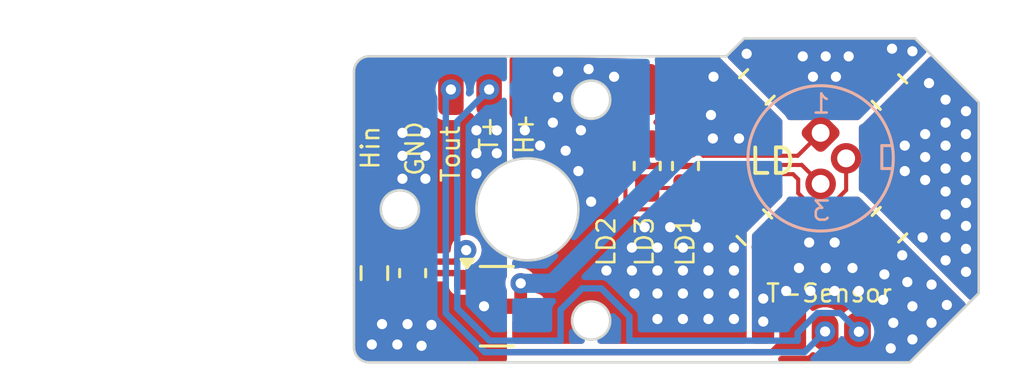
<source format=kicad_pcb>
(kicad_pcb (version 20240108) (generator "pcbnew") (generator_version "8.0")
  (layers (0 "F.Cu" signal) (31 "B.Cu" signal) (34 "B.Paste" user) (35 "F.Paste" user) (36 "B.SilkS" user "B.Silkscreen") (37 "F.SilkS" user "F.Silkscreen") (38 "B.Mask" user) (39 "F.Mask" user) (44 "Edge.Cuts" user))
  (net 0 "")
  (net 1 "Net-(Q1-D)")
  (net 2 "Net-(R1-Pad1)")
  (net 3 "Net-(R2-Pad2)")
  (net 4 "Net-(R3-Pad1)")
  (net 5 "GND")
  (net 6 "Net-(Q1-G)")
  (net 7 "Net-(J4-Pin_1)")
  (net 8 "Net-(J5-Pin_1)")
  (net 9 "Net-(J1-Pin_1)")
  (net 10 "Net-(J3-Pin_1)")
  (net 11 "Net-(J2-Pin_1)")
  (net 12 "Net-(J8-Pin_1)")
  (net 13 "Net-(J7-Pin_1)")
  (footprint "Connector_Wire:SolderWirePad_1x01_SMD_1x2mm" (layer "F.Cu") (at 82.5 46.3)
    (property "Reference" "J2" (hide yes))
    (property "Value" "Hin")
    (pad "1" smd roundrect (at 0 0) (size 1 2) (layers "F.Cu" "F.Paste" "F.Mask") (net 11 "Net-(J2-Pin_1)"))
  )
  (footprint "Package_TO_SOT_SMD:SOT-23" (layer "F.Cu") (at 87.3 54.8)
    (property "Reference" "Q1" (hide yes))
    (property "Value" "NDS355AN or 2N7002K (LogicLevel, Ids > 300mA)")
    (fp_line (start 0 -1.56) (end -0.65 -1.56) (stroke (width 0.12)) (layer "F.SilkS"))
    (fp_line (start 0 -1.56) (end 0.65 -1.56) (stroke (width 0.12)) (layer "F.SilkS"))
    (fp_line (start 0 1.56) (end -0.65 1.56) (stroke (width 0.12)) (layer "F.SilkS"))
    (fp_line (start 0 1.56) (end 0.65 1.56) (stroke (width 0.12)) (layer "F.SilkS"))
    (fp_poly (pts (xy -1.1625 -1.51) (xy -1.4025 -1.84) (xy -0.9225 -1.84) (xy -1.1625 -1.51)) (stroke (width 0.12)) (fill solid) (layer "F.SilkS"))
    (pad "1" smd roundrect (at -0.9375 -0.95) (size 1.475 0.6) (layers "F.Cu" "F.Paste" "F.Mask") (net 6 "Net-(Q1-G)"))
    (pad "2" smd roundrect (at -0.9375 0.95) (size 1.475 0.6) (layers "F.Cu" "F.Paste" "F.Mask") (net 5 "GND"))
    (pad "3" smd roundrect (at 0.9375 0) (size 1.475 0.6) (layers "F.Cu" "F.Paste" "F.Mask") (net 1 "Net-(Q1-D)"))
  )
  (footprint "Resistor_SMD:R_0805_2012Metric_Pad1.20x1.40mm_HandSolder" (layer "F.Cu") (at 97.4 51.7 135)
    (property "Reference" "R4" (hide yes))
    (property "Value" "R")
    (fp_line (start -0.227064 -0.735) (end 0.227064 -0.735) (stroke (width 0.12)) (layer "F.SilkS"))
    (fp_line (start -0.227064 0.735) (end 0.227064 0.735) (stroke (width 0.12)) (layer "F.SilkS"))
    (pad "1" smd roundrect (at -1 0 135) (size 1.2 1.4) (layers "F.Cu" "F.Paste" "F.Mask") (roundrect_rratio 0.208333) (net 4 "Net-(R3-Pad1)"))
    (pad "2" smd roundrect (at 1 0 135) (size 1.2 1.4) (layers "F.Cu" "F.Paste" "F.Mask") (roundrect_rratio 0.208333) (net 9 "Net-(J1-Pin_1)"))
  )
  (footprint "Resistor_SMD:R_0603_1608Metric_Pad0.98x0.95mm_HandSolder" (layer "F.Cu") (at 82.5 53.5 -90)
    (property "Reference" "R5" (hide yes))
    (property "Value" "R")
    (fp_line (start -0.254724 0.5225) (end 0.254724 0.5225) (stroke (width 0.12)) (layer "F.SilkS"))
    (fp_line (start -0.254724 -0.5225) (end 0.254724 -0.5225) (stroke (width 0.12)) (layer "F.SilkS"))
    (pad "1" smd roundrect (at -0.9125 0 270) (size 0.975 0.95) (layers "F.Cu" "F.Paste" "F.Mask") (net 11 "Net-(J2-Pin_1)"))
    (pad "2" smd roundrect (at 0.9125 0 270) (size 0.975 0.95) (layers "F.Cu" "F.Paste" "F.Mask") (net 6 "Net-(Q1-G)"))
  )
  (footprint "Resistor_SMD:R_0805_2012Metric_Pad1.20x1.40mm_HandSolder" (layer "F.Cu") (at 102.7 51.6 45)
    (property "Reference" "R3" (hide yes))
    (property "Value" "R")
    (fp_line (start -0.227064 -0.735) (end 0.227064 -0.735) (stroke (width 0.12)) (layer "F.SilkS"))
    (fp_line (start -0.227064 0.735) (end 0.227064 0.735) (stroke (width 0.12)) (layer "F.SilkS"))
    (pad "1" smd roundrect (at -1 0 45) (size 1.2 1.4) (layers "F.Cu" "F.Paste" "F.Mask") (roundrect_rratio 0.208333) (net 4 "Net-(R3-Pad1)"))
    (pad "2" smd roundrect (at 1 0 45) (size 1.2 1.4) (layers "F.Cu" "F.Paste" "F.Mask") (roundrect_rratio 0.208333) (net 3 "Net-(R2-Pad2)"))
  )
  (footprint "Capacitor_SMD:C_0603_1608Metric_Pad1.08x0.95mm_HandSolder" (layer "F.Cu") (at 94.7 49.3 90)
    (property "Reference" "C5" (hide yes))
    (property "Value" "C")
    (fp_line (start 0.146267 -0.51) (end -0.146267 -0.51) (stroke (width 0.12)) (layer "F.SilkS"))
    (fp_line (start 0.146267 0.51) (end -0.146267 0.51) (stroke (width 0.12)) (layer "F.SilkS"))
    (pad "1" smd roundrect (at -0.8625 0 90) (size 1.075 0.95) (layers "F.Cu" "F.Paste" "F.Mask") (net 10 "Net-(J3-Pin_1)"))
    (pad "2" smd roundrect (at 0.8625 0 90) (size 1.075 0.95) (layers "F.Cu" "F.Paste" "F.Mask") (net 8 "Net-(J5-Pin_1)"))
  )
  (footprint "Connector_Wire:SolderWirePad_1x01_SMD_1x2mm" (layer "F.Cu") (at 88.5 46.3)
    (property "Reference" "J1" (hide yes))
    (property "Value" "H+")
    (pad "1" smd roundrect (at 0 0) (size 1 2) (layers "F.Cu" "F.Paste" "F.Mask") (net 9 "Net-(J1-Pin_1)"))
  )
  (footprint "Connector_Wire:SolderWirePad_1x01_SMD_1x2mm" (layer "F.Cu") (at 94.6 46.3 180)
    (property "Reference" "J5" (hide yes))
    (property "Value" "LD1")
    (pad "1" smd roundrect (at 0 0 180) (size 1 2) (layers "F.Cu" "F.Paste" "F.Mask") (net 8 "Net-(J5-Pin_1)"))
  )
  (footprint "Connector_Wire:SolderWirePad_1x01_SMD_1x2mm" (layer "F.Cu") (at 91.6 49.1)
    (property "Reference" "J4" (hide yes))
    (property "Value" "LD2")
    (pad "1" smd roundrect (at 0 0) (size 1 2) (layers "F.Cu" "F.Paste" "F.Mask") (net 7 "Net-(J4-Pin_1)"))
  )
  (footprint "Connector_Wire:SolderWirePad_1x01_SMD_1x2mm" (layer "F.Cu") (at 93.1 46.3)
    (property "Reference" "J3" (hide yes))
    (property "Value" "LD3")
    (pad "1" smd roundrect (at 0 0) (size 1 2) (layers "F.Cu" "F.Paste" "F.Mask") (net 10 "Net-(J3-Pin_1)"))
  )
  (footprint "Connector_Wire:SolderWirePad_1x01_SMD_1x2mm" (layer "F.Cu") (at 85.5 46.3)
    (property "Reference" "J7" (hide yes))
    (property "Value" "Tout")
    (pad "1" smd roundrect (at 0 0) (size 1 2) (layers "F.Cu" "F.Paste" "F.Mask") (net 13 "Net-(J7-Pin_1)"))
  )
  (footprint "Connector_Wire:SolderWirePad_1x01_SMD_1x2mm" (layer "F.Cu") (at 84 46.3)
    (property "Reference" "J6" (hide yes))
    (property "Value" "GND")
    (pad "1" smd roundrect (at 0 0) (size 1 2) (layers "F.Cu" "F.Paste" "F.Mask") (net 5 "GND"))
  )
  (footprint "Capacitor_SMD:C_0603_1608Metric_Pad1.08x0.95mm_HandSolder" (layer "F.Cu") (at 84 53.5 -90)
    (property "Reference" "C7" (hide yes))
    (property "Value" "C")
    (fp_line (start 0.146267 0.51) (end -0.146267 0.51) (stroke (width 0.12)) (layer "F.SilkS"))
    (fp_line (start 0.146267 -0.51) (end -0.146267 -0.51) (stroke (width 0.12)) (layer "F.SilkS"))
    (pad "1" smd roundrect (at -0.8625 0 270) (size 1.075 0.95) (layers "F.Cu" "F.Paste" "F.Mask") (net 12 "Net-(J8-Pin_1)"))
    (pad "2" smd roundrect (at 0.8625 0 270) (size 1.075 0.95) (layers "F.Cu" "F.Paste" "F.Mask") (net 5 "GND"))
  )
  (footprint "Capacitor_SMD:C_0603_1608Metric_Pad1.08x0.95mm_HandSolder" (layer "F.Cu") (at 93.2 49.3 90)
    (property "Reference" "C3" (hide yes))
    (property "Value" "C")
    (fp_line (start 0.146267 -0.51) (end -0.146267 -0.51) (stroke (width 0.12)) (layer "F.SilkS"))
    (fp_line (start 0.146267 0.51) (end -0.146267 0.51) (stroke (width 0.12)) (layer "F.SilkS"))
    (pad "1" smd roundrect (at -0.8625 0 90) (size 1.075 0.95) (layers "F.Cu" "F.Paste" "F.Mask") (net 10 "Net-(J3-Pin_1)"))
    (pad "2" smd roundrect (at 0.8625 0 90) (size 1.075 0.95) (layers "F.Cu" "F.Paste" "F.Mask") (net 8 "Net-(J5-Pin_1)"))
  )
  (footprint "Connector_Wire:SolderWirePad_1x01_SMD_1x2mm" (layer "F.Cu") (at 87 46.3)
    (property "Reference" "J8" (hide yes))
    (property "Value" "T+")
    (pad "1" smd roundrect (at 0 0) (size 1 2) (layers "F.Cu" "F.Paste" "F.Mask") (net 12 "Net-(J8-Pin_1)"))
  )
  (footprint "Resistor_SMD:R_0805_2012Metric_Pad1.20x1.40mm_HandSolder" (layer "F.Cu") (at 102.7 46.4 -45)
    (property "Reference" "R2" (hide yes))
    (property "Value" "R")
    (fp_line (start -0.227064 0.735) (end 0.227064 0.735) (stroke (width 0.12)) (layer "F.SilkS"))
    (fp_line (start -0.227064 -0.735) (end 0.227064 -0.735) (stroke (width 0.12)) (layer "F.SilkS"))
    (pad "1" smd roundrect (at -1 0 315) (size 1.2 1.4) (layers "F.Cu" "F.Paste" "F.Mask") (roundrect_rratio 0.208333) (net 2 "Net-(R1-Pad1)"))
    (pad "2" smd roundrect (at 1 0 315) (size 1.2 1.4) (layers "F.Cu" "F.Paste" "F.Mask") (roundrect_rratio 0.208333) (net 3 "Net-(R2-Pad2)"))
  )
  (footprint "Package_TO_SOT_THT:TO-92_Inline" (layer "F.Cu") (at 98.905062 55.789969)
    (property "Reference" "T1" (hide yes))
    (property "Value" "DS18B20" (hide yes))
    (pad "1" smd rect (at 0 0) (size 1.05 1.5) (layers "F.Cu" "F.Paste" "F.Mask") (net 5 "GND"))
    (pad "2" smd oval (at 1.27 0) (size 1.05 1.5) (layers "F.Cu" "F.Paste" "F.Mask") (net 13 "Net-(J7-Pin_1)"))
    (pad "3" smd oval (at 2.54 0) (size 1.05 1.5) (layers "F.Cu" "F.Paste" "F.Mask") (net 12 "Net-(J8-Pin_1)"))
  )
  (footprint "Resistor_SMD:R_0805_2012Metric_Pad1.20x1.40mm_HandSolder" (layer "F.Cu") (at 97.5 46.2 -135)
    (property "Reference" "R1" (hide yes))
    (property "Value" "R")
    (fp_line (start -0.227064 0.735) (end 0.227064 0.735) (stroke (width 0.12)) (layer "F.SilkS"))
    (fp_line (start -0.227064 -0.735) (end 0.227064 -0.735) (stroke (width 0.12)) (layer "F.SilkS"))
    (pad "1" smd roundrect (at -1 0 225) (size 1.2 1.4) (layers "F.Cu" "F.Paste" "F.Mask") (roundrect_rratio 0.208333) (net 2 "Net-(R1-Pad1)"))
    (pad "2" smd roundrect (at 1 0 225) (size 1.2 1.4) (layers "F.Cu" "F.Paste" "F.Mask") (roundrect_rratio 0.208333) (net 1 "Net-(Q1-D)"))
  )
  (footprint "OptoDevice:LaserDiode_TO18-D5.6-3" (layer "B.Cu") (at 100 48 -90)
    (property "Reference" "LD1" (hide yes))
    (property "Value" "LD" (hide yes))
    (fp_line (start 0.5 -2.4) (end 0.5 -2.8) (stroke (width 0.12)) (layer "B.SilkS"))
    (fp_line (start 1.4 -2.4) (end 0.5 -2.4) (stroke (width 0.12)) (layer "B.SilkS"))
    (fp_line (start 1.4 -2.8) (end 1.4 -2.4) (stroke (width 0.12)) (layer "B.SilkS"))
    (fp_circle (center 1 0) (end -1.85 0) (stroke (width 0.12)) (fill none) (layer "B.SilkS"))
    (pad "1" thru_hole roundrect (at 0 0 315) (size 1.2 1.2) (drill 0.7) (layers "*.Cu" "F.Mask") (remove_unused_layers yes) (roundrect_rratio 0.208) (net 8 "Net-(J5-Pin_1)"))
    (pad "2" thru_hole circle (at 1 -1 270) (size 1.2 1.2) (drill 0.7) (layers "*.Cu" "F.Mask") (remove_unused_layers yes) (net 7 "Net-(J4-Pin_1)"))
    (pad "3" thru_hole circle (at 2 0 270) (size 1.2 1.2) (drill 0.7) (layers "*.Cu" "F.Mask") (remove_unused_layers yes) (net 10 "Net-(J3-Pin_1)"))
  )
  (gr_circle (center 83.5 51) (end 84.25 51) (stroke (width 0.1)) (fill none) (layer "Edge.Cuts"))
  (gr_line (start 103.7 44.3) (end 97 44.3) (stroke (width 0.1)) (layer "Edge.Cuts"))
  (gr_line (start 97 44.3) (end 96.3 45) (stroke (width 0.1)) (layer "Edge.Cuts"))
  (gr_arc (start 81.7 45.6) (mid 81.875736 45.175736) (end 82.3 45) (stroke (width 0.1)) (layer "Edge.Cuts"))
  (gr_line (start 103.490031 57) (end 106.2 54.289969) (stroke (width 0.1)) (layer "Edge.Cuts"))
  (gr_arc (start 82.3 57) (mid 81.875736 56.824264) (end 81.7 56.4) (stroke (width 0.1)) (layer "Edge.Cuts"))
  (gr_circle (center 88.5 51) (end 90.5 51) (stroke (width 0.1)) (fill none) (layer "Edge.Cuts"))
  (gr_line (start 82.3 57) (end 103.490031 57) (stroke (width 0.1)) (layer "Edge.Cuts"))
  (gr_line (start 96.3 45) (end 82.3 45) (stroke (width 0.1)) (layer "Edge.Cuts"))
  (gr_circle (center 91 46.699969) (end 91.75 46.699969) (stroke (width 0.1)) (fill none) (layer "Edge.Cuts"))
  (gr_line (start 106.2 54.289969) (end 106.2 46.8) (stroke (width 0.1)) (layer "Edge.Cuts"))
  (gr_line (start 106.2 46.8) (end 103.7 44.3) (stroke (width 0.1)) (layer "Edge.Cuts"))
  (gr_circle (center 91 55.359969) (end 91.75 55.359969) (stroke (width 0.1)) (fill none) (layer "Edge.Cuts"))
  (gr_line (start 81.7 45.6) (end 81.7 56.4) (stroke (width 0.1)) (layer "Edge.Cuts"))
  (gr_text "1\n" (at 99.6 47.3 0) (layer "B.SilkS") (effects (font (size 0.75 0.75) (thickness 0.1)) (justify right bottom mirror)))
  (gr_text "3" (at 99.6 51.5 0) (layer "B.SilkS") (effects (font (size 0.75 0.75) (thickness 0.1)) (justify right bottom mirror)))
  (gr_text "T+" (at 87.4 48.8 90) (layer "F.SilkS") (effects (font (size 0.7 0.7) (thickness 0.1)) (justify left bottom)))
  (gr_text "LD" (at 97.1 49.7 0) (layer "F.SilkS") (effects (font (size 1 1)) (justify left bottom)))
  (gr_text "Hin" (at 82.75 49.5 90) (layer "F.SilkS") (effects (font (size 0.7 0.7) (thickness 0.1)) (justify left bottom)))
  (gr_text "GND" (at 84.5 49.75 90) (layer "F.SilkS") (effects (font (size 0.7 0.7) (thickness 0.1)) (justify left bottom)))
  (gr_text "LD2" (at 92 53.3 90) (layer "F.SilkS") (effects (font (size 0.7 0.7) (thickness 0.1)) (justify left bottom)))
  (gr_text "LD3" (at 93.5 53.3 90) (layer "F.SilkS") (effects (font (size 0.7 0.7) (thickness 0.1)) (justify left bottom)))
  (gr_text "T-Sensor" (at 97.8 54.7 0) (layer "F.SilkS") (effects (font (size 0.7 0.7) (thickness 0.1)) (justify left bottom)))
  (gr_text "Tout" (at 85.9 50 90) (layer "F.SilkS") (effects (font (size 0.7 0.7) (thickness 0.1)) (justify left bottom)))
  (gr_text "LD1" (at 95.1 53.3 90) (layer "F.SilkS") (effects (font (size 0.7 0.7) (thickness 0.1)) (justify left bottom)))
  (gr_text "H+" (at 88.8 48.9 90) (layer "F.SilkS") (effects (font (size 0.7 0.7) (thickness 0.1)) (justify left bottom)))
  (segment (start 88.2375 53.9) (end 88.2375 54.8) (width 0.5) (layer "F.Cu") (net 1))
  (via (at 88.2375 53.9) (size 0.8) (drill 0.4) (layers "F.Cu" "B.Cu") (net 1))
  (via (at 95.775 48.22) (size 0.8) (drill 0.4) (layers "F.Cu" "B.Cu") (net 1))
  (via (at 96.8 48.22) (size 0.8) (drill 0.4) (layers "F.Cu" "B.Cu") (net 1))
  (via (at 95.7 47.3) (size 0.8) (drill 0.4) (layers "F.Cu" "B.Cu") (net 1))
  (via (at 95.8 45.8) (size 0.8) (drill 0.4) (layers "F.Cu" "B.Cu") (net 1))
  (segment (start 95.18 48.22) (end 89.5 53.9) (width 0.75) (layer "B.Cu") (net 1))
  (segment (start 95.775 48.22) (end 95.18 48.22) (width 0.75) (layer "B.Cu") (net 1))
  (segment (start 89.5 53.9) (end 88.2375 53.9) (width 0.75) (layer "B.Cu") (net 1))
  (via (at 97.1 44.9) (size 0.8) (drill 0.4) (layers "F.Cu" "B.Cu") (net 2))
  (via (at 101.1 45) (size 0.8) (drill 0.4) (layers "F.Cu" "B.Cu") (net 2))
  (via (at 99.7 45.8) (size 0.8) (drill 0.4) (layers "F.Cu" "B.Cu") (net 2))
  (via (at 103.6 44.8) (size 0.8) (drill 0.4) (layers "F.Cu" "B.Cu") (net 2))
  (via (at 102.8 44.7) (size 0.8) (drill 0.4) (layers "F.Cu" "B.Cu") (net 2))
  (via (at 100.2 45) (size 0.8) (drill 0.4) (layers "F.Cu" "B.Cu") (net 2))
  (via (at 99.3 45) (size 0.8) (drill 0.4) (layers "F.Cu" "B.Cu") (net 2))
  (via (at 100.6 45.8) (size 0.8) (drill 0.4) (layers "F.Cu" "B.Cu") (net 2))
  (via (at 105.7 47.15) (size 0.8) (drill 0.4) (layers "F.Cu" "B.Cu") (net 3))
  (via (at 103.3 48.5) (size 0.8) (drill 0.4) (layers "F.Cu" "B.Cu") (net 3))
  (via (at 104.9 52.1) (size 0.8) (drill 0.4) (layers "F.Cu" "B.Cu") (net 3))
  (via (at 105.7 48.95) (size 0.8) (drill 0.4) (layers "F.Cu" "B.Cu") (net 3))
  (via (at 104.9 47.6) (size 0.8) (drill 0.4) (layers "F.Cu" "B.Cu") (net 3))
  (via (at 105.7 50.75) (size 0.8) (drill 0.4) (layers "F.Cu" "B.Cu") (net 3))
  (via (at 104 52.1) (size 0.8) (drill 0.4) (layers "F.Cu" "B.Cu") (net 3))
  (via (at 105.7 48.05) (size 0.8) (drill 0.4) (layers "F.Cu" "B.Cu") (net 3))
  (via (at 105.7 49.85) (size 0.8) (drill 0.4) (layers "F.Cu" "B.Cu") (net 3))
  (via (at 104.9 48.5) (size 0.8) (drill 0.4) (layers "F.Cu" "B.Cu") (net 3))
  (via (at 104.9 53) (size 0.8) (drill 0.4) (layers "F.Cu" "B.Cu") (net 3))
  (via (at 104.1 48.95) (size 0.8) (drill 0.4) (layers "F.Cu" "B.Cu") (net 3))
  (via (at 104.9 49.4) (size 0.8) (drill 0.4) (layers "F.Cu" "B.Cu") (net 3))
  (via (at 103.3 49.5) (size 0.8) (drill 0.4) (layers "F.Cu" "B.Cu") (net 3))
  (via (at 104.9 46.7) (size 0.8) (drill 0.4) (layers "F.Cu" "B.Cu") (net 3))
  (via (at 104.9 51.2) (size 0.8) (drill 0.4) (layers "F.Cu" "B.Cu") (net 3))
  (via (at 105.7 52.55) (size 0.8) (drill 0.4) (layers "F.Cu" "B.Cu") (net 3))
  (via (at 105.7 51.65) (size 0.8) (drill 0.4) (layers "F.Cu" "B.Cu") (net 3))
  (via (at 104.1 48.05) (size 0.8) (drill 0.4) (layers "F.Cu" "B.Cu") (net 3))
  (via (at 104.9 50.3) (size 0.8) (drill 0.4) (layers "F.Cu" "B.Cu") (net 3))
  (via (at 105.7 53.45) (size 0.8) (drill 0.4) (layers "F.Cu" "B.Cu") (net 3))
  (via (at 104.25 46.05) (size 0.8) (drill 0.4) (layers "F.Cu" "B.Cu") (net 3))
  (via (at 104.1 49.85) (size 0.8) (drill 0.4) (layers "F.Cu" "B.Cu") (net 3))
  (via (at 102.45 54.55) (size 0.8) (drill 0.4) (layers "F.Cu" "B.Cu") (net 4))
  (via (at 100.55 52.3) (size 0.8) (drill 0.4) (layers "F.Cu" "B.Cu") (net 4))
  (via (at 102.5 53.55) (size 0.8) (drill 0.4) (layers "F.Cu" "B.Cu") (net 4))
  (via (at 100.2 53.3) (size 0.8) (drill 0.4) (layers "F.Cu" "B.Cu") (net 4))
  (via (at 103.6 54.8) (size 0.8) (drill 0.4) (layers "F.Cu" "B.Cu") (net 4))
  (via (at 102.75 56.45) (size 0.8) (drill 0.4) (layers "F.Cu" "B.Cu") (net 4))
  (via (at 99.6 54.2) (size 0.8) (drill 0.4) (layers "F.Cu" "B.Cu") (net 4))
  (via (at 103.4 53.85) (size 0.8) (drill 0.4) (layers "F.Cu" "B.Cu") (net 4))
  (via (at 104.35 53.95) (size 0.8) (drill 0.4) (layers "F.Cu" "B.Cu") (net 4))
  (via (at 101.25 53.3) (size 0.8) (drill 0.4) (layers "F.Cu" "B.Cu") (net 4))
  (via (at 100.55 54.2) (size 0.8) (drill 0.4) (layers "F.Cu" "B.Cu") (net 4))
  (via (at 101.5 54.2) (size 0.8) (drill 0.4) (layers "F.Cu" "B.Cu") (net 4))
  (via (at 97.75 54.5) (size 0.8) (drill 0.4) (layers "F.Cu" "B.Cu") (net 4))
  (via (at 103.6 56.1) (size 0.8) (drill 0.4) (layers "F.Cu" "B.Cu") (net 4))
  (via (at 102.85 55.45) (size 0.8) (drill 0.4) (layers "F.Cu" "B.Cu") (net 4))
  (via (at 104.35 55.45) (size 0.8) (drill 0.4) (layers "F.Cu" "B.Cu") (net 4))
  (via (at 104.95 54.75) (size 0.8) (drill 0.4) (layers "F.Cu" "B.Cu") (net 4))
  (via (at 99.55 52.3) (size 0.8) (drill 0.4) (layers "F.Cu" "B.Cu") (net 4))
  (via (at 98.65 54.2) (size 0.8) (drill 0.4) (layers "F.Cu" "B.Cu") (net 4))
  (via (at 99.15 53.3) (size 0.8) (drill 0.4) (layers "F.Cu" "B.Cu") (net 4))
  (via (at 97.75 55.4) (size 0.8) (drill 0.4) (layers "F.Cu" "B.Cu") (net 4))
  (via (at 103.2 52.8) (size 0.8) (drill 0.4) (layers "F.Cu" "B.Cu") (net 4))
  (segment (start 98.095031 56.6) (end 98.905062 55.789969) (width 0.25) (layer "F.Cu") (net 5))
  (segment (start 84.6 56.6) (end 98.095031 56.6) (width 0.25) (layer "F.Cu") (net 5))
  (segment (start 84 54.3625) (end 84 54.8) (width 0.25) (layer "F.Cu") (net 5))
  (segment (start 84.35 56.35) (end 84.6 56.6) (width 0.25) (layer "F.Cu") (net 5))
  (via (at 83.6 48) (size 0.8) (drill 0.4) (layers "F.Cu" "B.Cu") (net 5))
  (via (at 84.5 48) (size 0.8) (drill 0.4) (layers "F.Cu" "B.Cu") (net 5))
  (via (at 87.3 47.9) (size 0.8) (drill 0.4) (layers "F.Cu" "B.Cu") (net 5))
  (via (at 82.4 56.3) (size 0.8) (drill 0.4) (layers "F.Cu" "B.Cu") (net 5))
  (via (at 86.5 49.6) (size 0.8) (drill 0.4) (layers "F.Cu" "B.Cu") (net 5))
  (via (at 84.35 56.35) (size 0.8) (drill 0.4) (layers "F.Cu" "B.Cu") (net 5))
  (via (at 84.5 48.9) (size 0.8) (drill 0.4) (layers "F.Cu" "B.Cu") (net 5))
  (via (at 84.737527 55.532133) (size 0.8) (drill 0.4) (layers "F.Cu" "B.Cu") (net 5))
  (via (at 83.6 48.9) (size 0.8) (drill 0.4) (layers "F.Cu" "B.Cu") (net 5))
  (via (at 86.8 54.8) (size 0.8) (drill 0.4) (layers "F.Cu" "B.Cu") (net 5))
  (via (at 82.8 55.5) (size 0.8) (drill 0.4) (layers "F.Cu" "B.Cu") (net 5))
  (via (at 86.5 47.9) (size 0.8) (drill 0.4) (layers "F.Cu" "B.Cu") (net 5))
  (via (at 83.6 49.8) (size 0.8) (drill 0.4) (layers "F.Cu" "B.Cu") (net 5))
  (via (at 84.5 49.8) (size 0.8) (drill 0.4) (layers "F.Cu" "B.Cu") (net 5))
  (via (at 83.8 55.5) (size 0.8) (drill 0.4) (layers "F.Cu" "B.Cu") (net 5))
  (via (at 83.4 56.3) (size 0.8) (drill 0.4) (layers "F.Cu" "B.Cu") (net 5))
  (via (at 87.3 48.8) (size 0.8) (drill 0.4) (layers "F.Cu" "B.Cu") (net 5))
  (via (at 86.5 48.8) (size 0.8) (drill 0.4) (layers "F.Cu" "B.Cu") (net 5))
  (segment (start 83.4125 53.5) (end 86.0125 53.5) (width 0.25) (layer "F.Cu") (net 6))
  (segment (start 82.5 54.4125) (end 83.4125 53.5) (width 0.25) (layer "F.Cu") (net 6))
  (segment (start 86.0125 53.5) (end 86.3625 53.85) (width 0.25) (layer "F.Cu") (net 6))
  (segment (start 91.6 49.171616) (end 91.6 49.1) (width 0.16) (layer "F.Cu") (net 7))
  (segment (start 100.364508 50.88) (end 99.635492 50.88) (width 0.16) (layer "F.Cu") (net 7))
  (segment (start 92.345 49.916616) (end 91.6 49.171616) (width 0.16) (layer "F.Cu") (net 7))
  (segment (start 95.455 50.683436) (end 95.138436 51) (width 0.16) (layer "F.Cu") (net 7))
  (segment (start 100.980031 49.019969) (end 100.95 49.05) (width 0.16) (layer "F.Cu") (net 7))
  (segment (start 92.661564 51) (end 92.345 50.683436) (width 0.16) (layer "F.Cu") (net 7))
  (segment (start 101 50.244508) (end 100.364508 50.88) (width 0.16) (layer "F.Cu") (net 7))
  (segment (start 101 49) (end 101 50.244508) (width 0.16) (layer "F.Cu") (net 7))
  (segment (start 95.751616 49.62) (end 95.455 49.916616) (width 0.16) (layer "F.Cu") (net 7))
  (segment (start 95.138436 51) (end 92.661564 51) (width 0.16) (layer "F.Cu") (net 7))
  (segment (start 95.455 49.916616) (end 95.455 50.683436) (width 0.16) (layer "F.Cu") (net 7))
  (segment (start 99.635492 50.88) (end 99.12 50.364508) (width 0.16) (layer "F.Cu") (net 7))
  (segment (start 98.92 49.62) (end 95.751616 49.62) (width 0.16) (layer "F.Cu") (net 7))
  (segment (start 92.345 50.683436) (end 92.345 49.916616) (width 0.16) (layer "F.Cu") (net 7))
  (segment (start 99.12 49.82) (end 98.92 49.62) (width 0.16) (layer "F.Cu") (net 7))
  (segment (start 99.12 50.364508) (end 99.12 49.82) (width 0.16) (layer "F.Cu") (net 7))
  (segment (start 93.1 48.4375) (end 94.7 48.4375) (width 0.16) (layer "F.Cu") (net 8))
  (segment (start 94.7 48.4375) (end 94.7 46.3) (width 0.16) (layer "F.Cu") (net 8))
  (segment (start 99.980031 48.019969) (end 99.1 48.9) (width 0.16) (layer "F.Cu") (net 8))
  (segment (start 95.4 48.9) (end 95.19 48.69) (width 0.16) (layer "F.Cu") (net 8))
  (segment (start 99.1 48.9) (end 95.4 48.9) (width 0.16) (layer "F.Cu") (net 8))
  (via (at 94.6 52.5) (size 0.8) (drill 0.4) (layers "F.Cu" "B.Cu") (net 9))
  (via (at 94.1 51.7) (size 0.8) (drill 0.4) (layers "F.Cu" "B.Cu") (net 9))
  (via (at 89.7 46.6) (size 0.8) (drill 0.4) (layers "F.Cu" "B.Cu") (net 9))
  (via (at 90.5 49.5) (size 0.8) (drill 0.4) (layers "F.Cu" "B.Cu") (net 9))
  (via (at 88.4 47.9) (size 0.8) (drill 0.4) (layers "F.Cu" "B.Cu") (net 9))
  (via (at 93.6 55.3) (size 0.8) (drill 0.4) (layers "F.Cu" "B.Cu") (net 9))
  (via (at 96.6 54.3) (size 0.8) (drill 0.4) (layers "F.Cu" "B.Cu") (net 9))
  (via (at 93.6 54.3) (size 0.8) (drill 0.4) (layers "F.Cu" "B.Cu") (net 9))
  (via (at 93.6 52.5) (size 0.8) (drill 0.4) (layers "F.Cu" "B.Cu") (net 9))
  (via (at 92.6 53.4) (size 0.8) (drill 0.4) (layers "F.Cu" "B.Cu") (net 9))
  (via (at 94.6 54.3) (size 0.8) (drill 0.4) (layers "F.Cu" "B.Cu") (net 9))
  (via (at 90.9 45.5) (size 0.8) (drill 0.4) (layers "F.Cu" "B.Cu") (net 9))
  (via (at 91.6 53.4) (size 0.8) (drill 0.4) (layers "F.Cu" "B.Cu") (net 9))
  (via (at 94.6 53.4) (size 0.8) (drill 0.4) (layers "F.Cu" "B.Cu") (net 9))
  (via (at 92.7 54.3) (size 0.8) (drill 0.4) (layers "F.Cu" "B.Cu") (net 9))
  (via (at 93.6 53.4) (size 0.8) (drill 0.4) (layers "F.Cu" "B.Cu") (net 9))
  (via (at 95.6 55.3) (size 0.8) (drill 0.4) (layers "F.Cu" "B.Cu") (net 9))
  (via (at 95.6 54.3) (size 0.8) (drill 0.4) (layers "F.Cu" "B.Cu") (net 9))
  (via (at 96.6 53.4) (size 0.8) (drill 0.4) (layers "F.Cu" "B.Cu") (net 9))
  (via (at 89 48.5) (size 0.8) (drill 0.4) (layers "F.Cu" "B.Cu") (net 9))
  (via (at 91 50.7) (size 0.8) (drill 0.4) (layers "F.Cu" "B.Cu") (net 9))
  (via (at 91.9 45.8) (size 0.8) (drill 0.4) (layers "F.Cu" "B.Cu") (net 9))
  (via (at 96.6 55.3) (size 0.8) (drill 0.4) (layers "F.Cu" "B.Cu") (net 9))
  (via (at 95.6 53.4) (size 0.8) (drill 0.4) (layers "F.Cu" "B.Cu") (net 9))
  (via (at 90 48.7) (size 0.8) (drill 0.4) (layers "F.Cu" "B.Cu") (net 9))
  (via (at 89.7 45.6) (size 0.8) (drill 0.4) (layers "F.Cu" "B.Cu") (net 9))
  (via (at 94.6 55.3) (size 0.8) (drill 0.4) (layers "F.Cu" "B.Cu") (net 9))
  (via (at 96.6 52.5) (size 0.8) (drill 0.4) (layers "F.Cu" "B.Cu") (net 9))
  (via (at 95.6 52.5) (size 0.8) (drill 0.4) (layers "F.Cu" "B.Cu") (net 9))
  (via (at 93.1 51.7) (size 0.8) (drill 0.4) (layers "F.Cu" "B.Cu") (net 9))
  (via (at 95.1 51.7) (size 0.8) (drill 0.4) (layers "F.Cu" "B.Cu") (net 9))
  (via (at 92.6 52.5) (size 0.8) (drill 0.4) (layers "F.Cu" "B.Cu") (net 9))
  (via (at 90.6 47.9) (size 0.8) (drill 0.4) (layers "F.Cu" "B.Cu") (net 9))
  (via (at 89.5 47.6) (size 0.8) (drill 0.4) (layers "F.Cu" "B.Cu") (net 9))
  (segment (start 99.249117 49.26) (end 95.6025 49.26) (width 0.16) (layer "F.Cu") (net 10))
  (segment (start 100 50) (end 99.254558 49.254558) (width 0.16) (layer "F.Cu") (net 10))
  (segment (start 93.1 50.1625) (end 92.4 49.4625) (width 0.16) (layer "F.Cu") (net 10))
  (segment (start 92.4 47.861564) (end 93.1 47.161564) (width 0.16) (layer "F.Cu") (net 10))
  (segment (start 95.6025 49.26) (end 94.7 50.1625) (width 0.16) (layer "F.Cu") (net 10))
  (segment (start 99.254558 49.254558) (end 99.249117 49.26) (width 0.16) (layer "F.Cu") (net 10))
  (segment (start 92.4 49.4625) (end 92.4 47.861564) (width 0.16) (layer "F.Cu") (net 10))
  (segment (start 93.1 47.161564) (end 93.1 46.3) (width 0.16) (layer "F.Cu") (net 10))
  (segment (start 94.7 50.1625) (end 93.1 50.1625) (width 0.16) (layer "F.Cu") (net 10))
  (segment (start 82.5 52.5875) (end 82.5 46.3) (width 0.25) (layer "F.Cu") (net 11))
  (segment (start 84.4125 53.05) (end 85.65 53.05) (width 0.25) (layer "F.Cu") (net 12))
  (segment (start 84 52.6375) (end 84.4125 53.05) (width 0.25) (layer "F.Cu") (net 12))
  (segment (start 101.489969 55.789969) (end 101.5 55.8) (width 0.25) (layer "F.Cu") (net 12))
  (segment (start 101.445062 55.789969) (end 101.489969 55.789969) (width 0.25) (layer "F.Cu") (net 12))
  (segment (start 85.65 53.05) (end 86.1 52.6) (width 0.25) (layer "F.Cu") (net 12))
  (via (at 87 46.3) (size 0.8) (drill 0.4) (layers "F.Cu" "B.Cu") (net 12))
  (via (at 86.1 52.6) (size 0.8) (drill 0.4) (layers "F.Cu" "B.Cu") (net 12))
  (via (at 101.5 55.8) (size 0.8) (drill 0.4) (layers "F.Cu" "B.Cu") (net 12))
  (segment (start 99.1 55.839726) (end 99.874757 55.064969) (width 0.25) (layer "B.Cu") (net 12))
  (segment (start 91.4 54.1) (end 92.5 55.2) (width 0.25) (layer "B.Cu") (net 12))
  (segment (start 92.5 56.15) (end 99.1 56.15) (width 0.25) (layer "B.Cu") (net 12))
  (segment (start 89.8 56.15) (end 89.8 54.941726) (width 0.25) (layer "B.Cu") (net 12))
  (segment (start 99.874757 55.064969) (end 100.764969 55.064969) (width 0.25) (layer "B.Cu") (net 12))
  (segment (start 89.8 54.941726) (end 90.641726 54.1) (width 0.25) (layer "B.Cu") (net 12))
  (segment (start 92.5 55.2) (end 92.5 56.15) (width 0.25) (layer "B.Cu") (net 12))
  (segment (start 85.75 54.886396) (end 87.013604 56.15) (width 0.25) (layer "B.Cu") (net 12))
  (segment (start 86.1 52.6) (end 85.75 52.6) (width 0.25) (layer "B.Cu") (net 12))
  (segment (start 87.013604 56.15) (end 89.8 56.15) (width 0.25) (layer "B.Cu") (net 12))
  (segment (start 90.641726 54.1) (end 91.4 54.1) (width 0.25) (layer "B.Cu") (net 12))
  (segment (start 100.764969 55.064969) (end 101.5 55.8) (width 0.25) (layer "B.Cu") (net 12))
  (segment (start 87 46.3) (end 85.75 47.55) (width 0.25) (layer "B.Cu") (net 12))
  (segment (start 85.75 52.6) (end 85.75 54.886396) (width 0.25) (layer "B.Cu") (net 12))
  (segment (start 99.1 56.15) (end 99.1 55.839726) (width 0.25) (layer "B.Cu") (net 12))
  (segment (start 85.75 47.55) (end 85.75 52.6) (width 0.25) (layer "B.Cu") (net 12))
  (via (at 100.175062 55.789969) (size 0.8) (drill 0.4) (layers "F.Cu" "B.Cu") (net 13))
  (via (at 85.5 46.3) (size 0.8) (drill 0.4) (layers "F.Cu" "B.Cu") (net 13))
  (segment (start 85.5 46.3) (end 85.3 46.5) (width 0.25) (layer "B.Cu") (net 13))
  (segment (start 86.825305 56.6) (end 99.365031 56.6) (width 0.25) (layer "B.Cu") (net 13))
  (segment (start 85.3 55.074695) (end 86.825305 56.6) (width 0.25) (layer "B.Cu") (net 13))
  (segment (start 85.3 46.5) (end 85.3 55.074695) (width 0.25) (layer "B.Cu") (net 13))
  (segment (start 99.365031 56.6) (end 100.175062 55.789969) (width 0.25) (layer "B.Cu") (net 13))
  (zone (net 5) (net_name "GND") (layers "F&B.Cu") (priority 3) (connect_pads yes (clearance 0.1)) (min_thickness 0.25) (fill yes (thermal_gap 0.5) (thermal_bridge_width 0.5) (island_removal_mode 1) (island_area_min 10))
    (polygon (pts (xy 81.7 45) (xy 81.7 57.1) (xy 87.7 57.1) (xy 87.7 45)))
  )
  (zone (net 3) (net_name "Net-(R2-Pad2)") (layers "F&B.Cu") (connect_pads yes (clearance 0.1)) (min_thickness 0.25) (fill yes (thermal_gap 0.5) (thermal_bridge_width 0.5) (island_removal_mode 1) (island_area_min 10))
    (polygon (pts (xy 106.5 55.5) (xy 101.5 50.5) (xy 101.5 47.5) (xy 104.5 44.5) (xy 108 44.5) (xy 108 55.5)))
  )
  (zone (net 9) (net_name "Net-(J1-Pin_1)") (layers "F&B.Cu") (priority 2) (connect_pads yes (clearance 0.1)) (min_thickness 0.25) (fill yes (thermal_gap 0.5) (thermal_bridge_width 0.5) (island_removal_mode 1) (island_area_min 10))
    (polygon (pts (xy 97.1 51.9) (xy 97.1 58.1) (xy 87.8 58.1) (xy 87.8 45) (xy 93.3 45.1) (xy 93.3 49.1) (xy 98.5 49.1) (xy 98.5 50.5)))
  )
  (zone (net 1) (net_name "Net-(Q1-D)") (layers "F&B.Cu") (priority 1) (connect_pads yes (clearance 0.1)) (min_thickness 0.25) (fill yes (thermal_gap 0.5) (thermal_bridge_width 0.5) (island_removal_mode 1) (island_area_min 10))
    (polygon (pts (xy 93.3 44.5) (xy 95.5 44.5) (xy 98.5 47.5) (xy 98.5 49.1) (xy 93.3 49.1)))
  )
  (zone (net 4) (net_name "Net-(R3-Pad1)") (layers "F&B.Cu") (connect_pads yes (clearance 0.1)) (min_thickness 0.25) (fill yes (thermal_gap 0.5) (thermal_bridge_width 0.5) (island_removal_mode 1) (island_area_min 10))
    (polygon (pts (xy 97.1 51.9) (xy 98.5 50.5) (xy 101.5 50.5) (xy 106.5 55.5) (xy 106.5 58.1) (xy 97.1 58.1)))
  )
  (zone (net 2) (net_name "Net-(R1-Pad1)") (layers "F&B.Cu") (connect_pads yes (clearance 0.1)) (min_thickness 0.25) (fill yes (thermal_gap 0.5) (thermal_bridge_width 0.5) (island_removal_mode 1) (island_area_min 10))
    (polygon (pts (xy 104.5 44.5) (xy 101.5 47.5) (xy 98.5 47.5) (xy 95.5 44.5) (xy 95.490031 42.789969) (xy 104.490031 42.789969)))
  )
)
</source>
